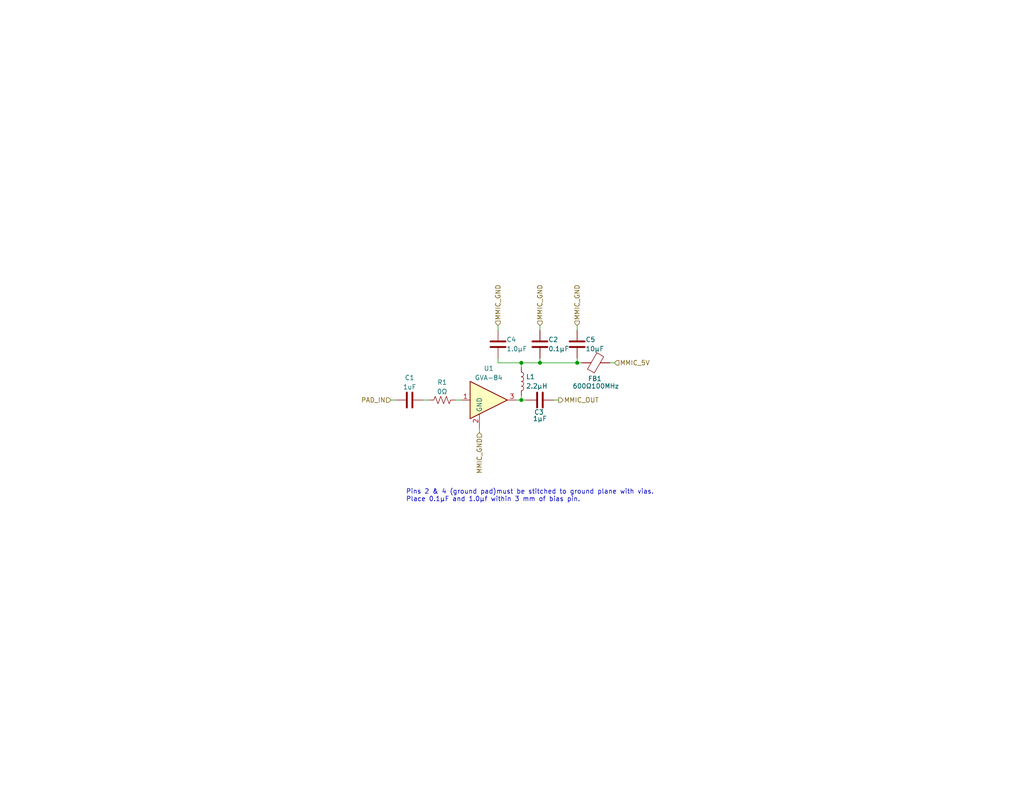
<source format=kicad_sch>
(kicad_sch (version 20250114) (generator "eeschema") (generator_version "9.0")
  (paper "A")
  (title_block (title "Broadband MMIC Gain Block") (date "2026-02-14") (rev "0") (company "Lee C. Bussy [AA0NT]"))
  (lib_symbols
    (symbol "Device:C" (pin_numbers (hide yes)) (pin_names (offset 0.254))
      (property "Reference" "C" (at 0.635 2.54 0))
      (property "Value" "C" (at 0.635 -2.54 0))
      (symbol "C_0_1"
        (polyline (pts (xy -2.032 0.762) (xy 2.032 0.762)) (stroke (width 0.508)))
        (polyline (pts (xy -2.032 -0.762) (xy 2.032 -0.762)) (stroke (width 0.508)))
      )
      (symbol "C_1_1"
        (pin passive line (at 0 3.81 270) (length 2.794) (name "~") (number "1"))
        (pin passive line (at 0 -3.81 90) (length 2.794) (name "~") (number "2"))
      )
    )
    (symbol "Device:FerriteBead" (pin_numbers (hide yes)) (pin_names (offset 0))
      (property "Reference" "FB" (at -3.81 0.635 90))
      (property "Value" "FerriteBead" (at 3.81 0 90))
      (symbol "FerriteBead_0_1"
        (polyline (pts (xy -2.7686 0.4064) (xy -1.7018 2.2606) (xy 2.7686 -0.3048) (xy 1.6764 -2.159) (xy -2.7686 0.4064)))
        (polyline (pts (xy 0 1.27) (xy 0 1.2954)))
        (polyline (pts (xy 0 -1.27) (xy 0 -1.2192)))
      )
      (symbol "FerriteBead_1_1"
        (pin passive line (at 0 3.81 270) (length 2.54) (name "~") (number "1"))
        (pin passive line (at 0 -3.81 90) (length 2.54) (name "~") (number "2"))
      )
    )
    (symbol "Device:L" (pin_numbers (hide yes)) (pin_names (offset 1.016) (hide yes))
      (property "Reference" "L" (at -1.27 0 90))
      (property "Value" "L" (at 1.905 0 90))
      (symbol "L_0_1"
        (arc (start 0 2.54) (mid 0.6323 1.905) (end 0 1.27))
        (arc (start 0 1.27) (mid 0.6323 0.635) (end 0 0))
        (arc (start 0 0) (mid 0.6323 -0.635) (end 0 -1.27))
        (arc (start 0 -1.27) (mid 0.6323 -1.905) (end 0 -2.54))
      )
      (symbol "L_1_1"
        (pin passive line (at 0 3.81 270) (length 1.27) (name "1") (number "1"))
        (pin passive line (at 0 -3.81 90) (length 1.27) (name "2") (number "2"))
      )
    )
    (symbol "Device:R_US" (pin_numbers (hide yes)) (pin_names (offset 0))
      (property "Reference" "R" (at 2.54 0 90))
      (property "Value" "R_US" (at -2.54 0 90))
      (symbol "R_US_0_1"
        (polyline (pts (xy 0 2.286) (xy 0 2.54)))
        (polyline (pts (xy 0 2.286) (xy 1.016 1.905) (xy 0 1.524) (xy -1.016 1.143) (xy 0 0.762)))
        (polyline (pts (xy 0 0.762) (xy 1.016 0.381) (xy 0 0) (xy -1.016 -0.381) (xy 0 -0.762)))
        (polyline (pts (xy 0 -0.762) (xy 1.016 -1.143) (xy 0 -1.524) (xy -1.016 -1.905) (xy 0 -2.286)))
        (polyline (pts (xy 0 -2.286) (xy 0 -2.54)))
      )
      (symbol "R_US_1_1"
        (pin passive line (at 0 3.81 270) (length 1.27) (name "~") (number "1"))
        (pin passive line (at 0 -3.81 90) (length 1.27) (name "~") (number "2"))
      )
    )
    (symbol "RF_Amplifier:GVA-84"
      (property "Reference" "U" (at -1.27 7.62 0))
      (property "Value" "GVA-84" (at 2.54 5.08 0))
      (symbol "GVA-84_0_1"
        (polyline (pts (xy 5.08 0) (xy -5.08 5.08) (xy -5.08 -5.08) (xy 5.08 0)) (stroke (width 0.254)) (fill (type background)))
      )
      (symbol "GVA-84_1_1"
        (pin input line (at -7.62 0 0) (length 2.54) (name "~") (number "1"))
        (pin power_in line (at -2.54 -7.62 90) (length 3.81) (name "GND") (number "2"))
        (pin output line (at 7.62 0 180) (length 2.54) (name "~") (number "3"))
      )
    )
  )
  (text "Pins 2 & 4 (ground pad)must be stitched to ground plane with vias.\nPlace 0.1µF and 1.0µf within 3 mm of bias pin." (at 110.744 135.382 0) (effects (font (size 1.27 1.27)) (justify left)))
  (junction (at 142.24 109.22))
  (junction (at 157.48 99.06))
  (junction (at 142.24 99.06))
  (junction (at 147.32 99.06))
  (wire (pts (xy 151.13 109.22) (xy 152.4 109.22)))
  (wire (pts (xy 142.24 109.22) (xy 142.24 107.95)))
  (wire (pts (xy 124.46 109.22) (xy 125.73 109.22)))
  (wire (pts (xy 106.68 109.22) (xy 107.95 109.22)))
  (wire (pts (xy 135.89 97.79) (xy 135.89 99.06)))
  (wire (pts (xy 157.48 90.17) (xy 157.48 88.9)))
  (wire (pts (xy 130.81 116.84) (xy 130.81 118.11)))
  (wire (pts (xy 140.97 109.22) (xy 142.24 109.22)))
  (wire (pts (xy 166.37 99.06) (xy 167.64 99.06)))
  (wire (pts (xy 142.24 99.06) (xy 147.32 99.06)))
  (wire (pts (xy 147.32 99.06) (xy 147.32 97.79)))
  (wire (pts (xy 115.57 109.22) (xy 116.84 109.22)))
  (wire (pts (xy 143.51 109.22) (xy 142.24 109.22)))
  (wire (pts (xy 135.89 90.17) (xy 135.89 88.9)))
  (wire (pts (xy 147.32 99.06) (xy 157.48 99.06)))
  (wire (pts (xy 157.48 99.06) (xy 158.75 99.06)))
  (wire (pts (xy 142.24 100.33) (xy 142.24 99.06)))
  (wire (pts (xy 157.48 99.06) (xy 157.48 97.79)))
  (wire (pts (xy 135.89 99.06) (xy 142.24 99.06)))
  (wire (pts (xy 147.32 90.17) (xy 147.32 88.9)))
  (hierarchical_label "MMIC_OUT" (shape output) (at 152.4 109.22 0))
  (hierarchical_label "MMIC_GND" (shape input) (at 130.81 118.11 270))
  (hierarchical_label "MMIC_GND" (shape input) (at 157.48 88.9 90))
  (hierarchical_label "MMIC_5V" (shape input) (at 167.64 99.06 0))
  (hierarchical_label "MMIC_GND" (shape input) (at 135.89 88.9 90))
  (hierarchical_label "PAD_IN" (shape input) (at 106.68 109.22 180))
  (hierarchical_label "MMIC_GND" (shape input) (at 147.32 88.9 90))
  (symbol (lib_id "RF_Amplifier:GVA-84") (at 133.35 109.22 0) (unit 1)
    (property "Reference" "U1" (at 133.35 100.584 0))
    (property "Value" "GVA-84" (at 133.35 103.124 0))
    (property "Footprint" "Package_TO_SOT_SMD:SOT-89-3" (effects (hide yes)))
    (property "Datasheet" "https://www.minicircuits.com/pdfs/GVA-84+.pdf" (effects (hide yes)))
    (property "Description" "DC-7000MHz +16dB Gain Block, SOT-89" (effects (hide yes)))
  )
  (symbol (lib_id "Device:C") (at 147.32 109.22 270) (unit 1)
    (property "Reference" "C3" (at 147.066 112.522 90))
    (property "Value" "1µF" (at 147.32 114.3 90))
    (property "Footprint" "Capacitor_SMD:C_0603_1608Metric" (effects (hide yes)))
    (property "Description" "Unpolarized capacitor" (effects (hide yes)))
  )
  (symbol (lib_id "Device:FerriteBead") (at 162.56 99.06 90) (unit 1)
    (property "Reference" "FB1" (at 162.306 103.378 90))
    (property "Value" "600Ω100MHz" (at 162.56 105.41 90))
    (property "Footprint" "Inductor_SMD:L_0805_2012Metric" (effects (hide yes)))
    (property "Description" "Ferrite bead" (effects (hide yes)))
  )
  (symbol (lib_id "Device:R_US") (at 120.65 109.22 90) (unit 1)
    (property "Reference" "R1" (at 120.65 104.394 90))
    (property "Value" "0Ω" (at 120.65 106.934 90))
    (property "Footprint" "Resistor_SMD:R_0603_1608Metric" (effects (hide yes)))
    (property "Description" "Resistor, US symbol" (effects (hide yes)))
  )
  (symbol (lib_id "Device:C") (at 135.89 93.98 180) (unit 1)
    (property "Reference" "C4" (at 138.176 92.71 0) (effects (justify right)))
    (property "Value" "1.0µF" (at 138.176 95.25 0) (effects (justify right)))
    (property "Footprint" "Capacitor_SMD:C_0603_1608Metric" (effects (hide yes)))
    (property "Description" "Unpolarized capacitor" (effects (hide yes)))
  )
  (symbol (lib_id "Device:C") (at 111.76 109.22 90) (unit 1)
    (property "Reference" "C1" (at 111.76 103.124 90))
    (property "Value" "1uF" (at 111.76 105.664 90))
    (property "Footprint" "Capacitor_SMD:C_0603_1608Metric" (effects (hide yes)))
    (property "Description" "Unpolarized capacitor" (effects (hide yes)))
  )
  (symbol (lib_id "Device:C") (at 147.32 93.98 180) (unit 1)
    (property "Reference" "C2" (at 149.606 92.71 0) (effects (justify right)))
    (property "Value" "0.1µF" (at 149.606 95.25 0) (effects (justify right)))
    (property "Footprint" "Capacitor_SMD:C_0603_1608Metric" (effects (hide yes)))
    (property "Description" "Unpolarized capacitor" (effects (hide yes)))
  )
  (symbol (lib_id "Device:L") (at 142.24 104.14 0) (unit 1)
    (property "Reference" "L1" (at 143.51 102.8699 0) (effects (justify left)))
    (property "Value" "2.2µH" (at 143.51 105.4099 0) (effects (justify left)))
    (property "Footprint" "Inductor_SMD:L_0805_2012Metric" (effects (hide yes)))
    (property "Description" "Inductor" (effects (hide yes)))
  )
  (symbol (lib_id "Device:C") (at 157.48 93.98 180) (unit 1)
    (property "Reference" "C5" (at 159.766 92.71 0) (effects (justify right)))
    (property "Value" "10µF" (at 159.766 95.25 0) (effects (justify right)))
    (property "Footprint" "Capacitor_SMD:C_1206_3216Metric" (effects (hide yes)))
    (property "Description" "Unpolarized capacitor" (effects (hide yes)))
  )
)
</source>
